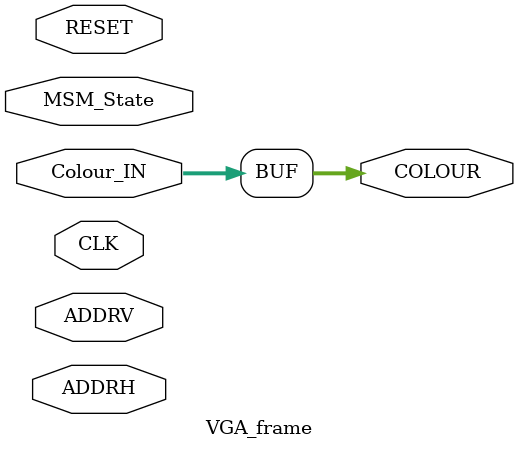
<source format=v>
`timescale 1ns / 1ps


module VGA_frame(
    input CLK,
    input RESET,
    input [1:0] MSM_State,
    input [9:0]  ADDRH,
    input [8:0]  ADDRV,
    input [11:0] Colour_IN,
    output [11:0] COLOUR
    );
    
    //assign output colour to be equal to input colour
    assign COLOUR = Colour_IN;
            
endmodule

</source>
